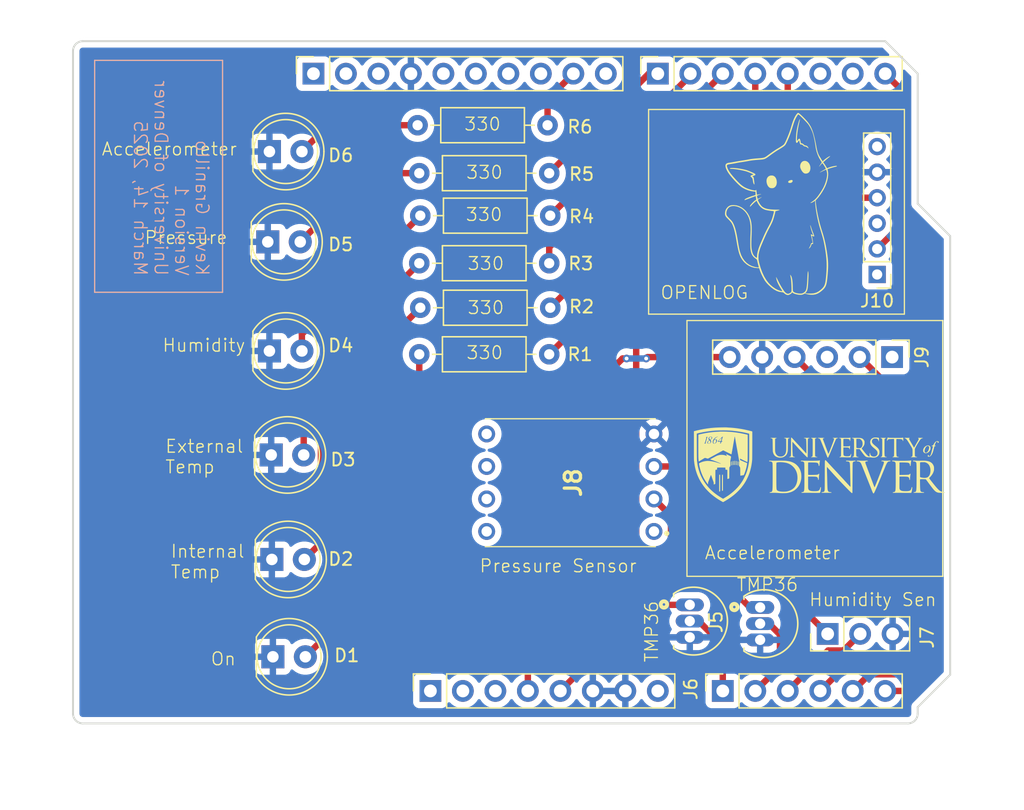
<source format=kicad_pcb>
(kicad_pcb (version 20240108) (generator "pcbnew") (generator_version "8.0")
  (title_block (date "mar. 31 mars 2015"))
  (layers (0 "F.Cu" signal) (31 "B.Cu" signal) (34 "B.Paste" user) (35 "F.Paste" user) (36 "B.SilkS" user "B.Silkscreen") (37 "F.SilkS" user "F.Silkscreen") (38 "B.Mask" user) (39 "F.Mask" user) (44 "Edge.Cuts" user))
  (net 0 "")
  (net 1 "GND")
  (net 3 "+5V")
  (net 4 "/IOREF")
  (net 5 "Net-(D1-A)")
  (net 6 "Net-(D2-A)")
  (net 7 "Net-(D3-A)")
  (net 8 "Net-(D4-A)")
  (net 9 "/SDA{slash}A4")
  (net 10 "/SCL{slash}A5")
  (net 11 "/13")
  (net 12 "/12")
  (net 13 "/AREF")
  (net 14 "/8")
  (net 15 "Net-(D5-A)")
  (net 16 "/*11")
  (net 17 "/*10")
  (net 18 "Net-(D6-A)")
  (net 19 "/ACCELS_LED")
  (net 20 "/2")
  (net 21 "/EXTERNAL_TEMP")
  (net 22 "/HUMIDITY_OUTPUT")
  (net 23 "/TX{slash}1")
  (net 24 "/INTERNAL_TEMP")
  (net 25 "+3V3")
  (net 26 "VCC")
  (net 27 "/~{RESET}")
  (net 28 "/ACCELZ")
  (net 29 "/ACCELX")
  (net 30 "/PRESSURE_OUTPUT")
  (net 31 "/PRESSURE_LED")
  (net 32 "/ON_LED")
  (net 33 "/HUMIDITY_LED")
  (net 34 "/INTERNAL_TEMP_LED")
  (net 35 "/EXTERNAL_TEMP_LED")
  (net 41 "/ACCELY")
  (net 42 "/SELF_TEST")
  (net 45 "/RXI")
  (net 46 "/TXO")
  (footprint "Connector_PinSocket_2.54mm:PinSocket_1x08_P2.54mm_Vertical" (layer "F.Cu") (at 127.94 97.46 90)
    (property "Reference" "J1" (hide yes))
    (property "Value" "Power")
    (pad "1" thru_hole rect (at 0 0 90) (size 1.7 1.7) (drill 1) (layers "*.Cu" "*.Mask"))
    (pad "2" thru_hole oval (at 0 2.54 90) (size 1.7 1.7) (drill 1) (layers "*.Cu" "*.Mask") (net 4 "/IOREF"))
    (pad "3" thru_hole oval (at 0 5.08 90) (size 1.7 1.7) (drill 1) (layers "*.Cu" "*.Mask") (net 27 "/~{RESET}"))
    (pad "4" thru_hole oval (at 0 7.62 90) (size 1.7 1.7) (drill 1) (layers "*.Cu" "*.Mask") (net 25 "+3V3"))
    (pad "5" thru_hole oval (at 0 10.16 90) (size 1.7 1.7) (drill 1) (layers "*.Cu" "*.Mask") (net 3 "+5V"))
    (pad "6" thru_hole oval (at 0 12.7 90) (size 1.7 1.7) (drill 1) (layers "*.Cu" "*.Mask") (net 1 "GND"))
    (pad "7" thru_hole oval (at 0 15.24 90) (size 1.7 1.7) (drill 1) (layers "*.Cu" "*.Mask") (net 1 "GND"))
    (pad "8" thru_hole oval (at 0 17.78 90) (size 1.7 1.7) (drill 1) (layers "*.Cu" "*.Mask") (net 26 "VCC"))
  )
  (footprint "Connector_PinSocket_2.54mm:PinSocket_1x06_P2.54mm_Vertical" (layer "F.Cu") (at 150.8 97.46 90)
    (property "Reference" "J3" (hide yes))
    (property "Value" "Analog")
    (pad "1" thru_hole rect (at 0 0 90) (size 1.7 1.7) (drill 1) (layers "*.Cu" "*.Mask") (net 24 "/INTERNAL_TEMP"))
    (pad "2" thru_hole oval (at 0 2.54 90) (size 1.7 1.7) (drill 1) (layers "*.Cu" "*.Mask") (net 21 "/EXTERNAL_TEMP"))
    (pad "3" thru_hole oval (at 0 5.08 90) (size 1.7 1.7) (drill 1) (layers "*.Cu" "*.Mask") (net 22 "/HUMIDITY_OUTPUT"))
    (pad "4" thru_hole oval (at 0 7.62 90) (size 1.7 1.7) (drill 1) (layers "*.Cu" "*.Mask") (net 30 "/PRESSURE_OUTPUT"))
    (pad "5" thru_hole oval (at 0 10.16 90) (size 1.7 1.7) (drill 1) (layers "*.Cu" "*.Mask") (net 29 "/ACCELX"))
    (pad "6" thru_hole oval (at 0 12.7 90) (size 1.7 1.7) (drill 1) (layers "*.Cu" "*.Mask") (net 28 "/ACCELZ"))
  )
  (footprint "Connector_PinSocket_2.54mm:PinSocket_1x10_P2.54mm_Vertical" (layer "F.Cu") (at 118.796 49.2 90)
    (property "Reference" "J2" (hide yes))
    (property "Value" "Digital/PWM")
    (pad "1" thru_hole rect (at 0 0 90) (size 1.7 1.7) (drill 1) (layers "*.Cu" "*.Mask") (net 10 "/SCL{slash}A5"))
    (pad "2" thru_hole oval (at 0 2.54 90) (size 1.7 1.7) (drill 1) (layers "*.Cu" "*.Mask") (net 9 "/SDA{slash}A4"))
    (pad "3" thru_hole oval (at 0 5.08 90) (size 1.7 1.7) (drill 1) (layers "*.Cu" "*.Mask") (net 13 "/AREF"))
    (pad "4" thru_hole oval (at 0 7.62 90) (size 1.7 1.7) (drill 1) (layers "*.Cu" "*.Mask") (net 1 "GND"))
    (pad "5" thru_hole oval (at 0 10.16 90) (size 1.7 1.7) (drill 1) (layers "*.Cu" "*.Mask") (net 11 "/13"))
    (pad "6" thru_hole oval (at 0 12.7 90) (size 1.7 1.7) (drill 1) (layers "*.Cu" "*.Mask") (net 12 "/12"))
    (pad "7" thru_hole oval (at 0 15.24 90) (size 1.7 1.7) (drill 1) (layers "*.Cu" "*.Mask") (net 16 "/*11"))
    (pad "8" thru_hole oval (at 0 17.78 90) (size 1.7 1.7) (drill 1) (layers "*.Cu" "*.Mask") (net 17 "/*10"))
    (pad "9" thru_hole oval (at 0 20.32 90) (size 1.7 1.7) (drill 1) (layers "*.Cu" "*.Mask") (net 19 "/ACCELS_LED"))
    (pad "10" thru_hole oval (at 0 22.86 90) (size 1.7 1.7) (drill 1) (layers "*.Cu" "*.Mask") (net 14 "/8"))
  )
  (footprint "Connector_PinSocket_2.54mm:PinSocket_1x08_P2.54mm_Vertical" (layer "F.Cu") (at 145.72 49.2 90)
    (property "Reference" "J4" (hide yes))
    (property "Value" "Digital/PWM")
    (pad "1" thru_hole rect (at 0 0 90) (size 1.7 1.7) (drill 1) (layers "*.Cu" "*.Mask") (net 31 "/PRESSURE_LED"))
    (pad "2" thru_hole oval (at 0 2.54 90) (size 1.7 1.7) (drill 1) (layers "*.Cu" "*.Mask") (net 33 "/HUMIDITY_LED"))
    (pad "3" thru_hole oval (at 0 5.08 90) (size 1.7 1.7) (drill 1) (layers "*.Cu" "*.Mask") (net 35 "/EXTERNAL_TEMP_LED"))
    (pad "4" thru_hole oval (at 0 7.62 90) (size 1.7 1.7) (drill 1) (layers "*.Cu" "*.Mask") (net 34 "/INTERNAL_TEMP_LED"))
    (pad "5" thru_hole oval (at 0 10.16 90) (size 1.7 1.7) (drill 1) (layers "*.Cu" "*.Mask") (net 32 "/ON_LED"))
    (pad "6" thru_hole oval (at 0 12.7 90) (size 1.7 1.7) (drill 1) (layers "*.Cu" "*.Mask") (net 20 "/2"))
    (pad "7" thru_hole oval (at 0 15.24 90) (size 1.7 1.7) (drill 1) (layers "*.Cu" "*.Mask") (net 23 "/TX{slash}1"))
    (pad "8" thru_hole oval (at 0 17.78 90) (size 1.7 1.7) (drill 1) (layers "*.Cu" "*.Mask") (net 45 "/RXI"))
  )
  (footprint "Connector_PinHeader_2.54mm:PinHeader_1x06_P2.54mm_Vertical" (layer "F.Cu") (at 164.04 71.36 -90)
    (property "Reference" "J9" (at 0 -2.33 90) (layer "F.SilkS"))
    (property "Value" "ACCEL")
    (pad "1" thru_hole rect (at 0 0 270) (size 1.7 1.7) (drill 1) (layers "*.Cu" "*.Mask") (net 42 "/SELF_TEST"))
    (pad "2" thru_hole oval (at 0 2.54 270) (size 1.7 1.7) (drill 1) (layers "*.Cu" "*.Mask") (net 28 "/ACCELZ"))
    (pad "3" thru_hole oval (at 0 5.08 270) (size 1.7 1.7) (drill 1) (layers "*.Cu" "*.Mask") (net 41 "/ACCELY"))
    (pad "4" thru_hole oval (at 0 7.62 270) (size 1.7 1.7) (drill 1) (layers "*.Cu" "*.Mask") (net 29 "/ACCELX"))
    (pad "5" thru_hole oval (at 0 10.16 270) (size 1.7 1.7) (drill 1) (layers "*.Cu" "*.Mask") (net 1 "GND"))
    (pad "6" thru_hole oval (at 0 12.7 270) (size 1.7 1.7) (drill 1) (layers "*.Cu" "*.Mask") (net 25 "+3V3"))
  )
  (footprint "Connector_PinHeader_2.00mm:PinHeader_1x06_P2.00mm_Vertical" (layer "F.Cu") (at 162.87 64.9 180)
    (property "Reference" "J10" (at 0 -2.06 0) (layer "F.SilkS"))
    (property "Value" "OPENLOG")
    (pad "1" thru_hole rect (at 0 0 180) (size 1.35 1.35) (drill 0.8) (layers "*.Cu" "*.Mask"))
    (pad "2" thru_hole oval (at 0 2 180) (size 1.35 1.35) (drill 0.8) (layers "*.Cu" "*.Mask") (net 45 "/RXI"))
    (pad "3" thru_hole oval (at 0 4 180) (size 1.35 1.35) (drill 0.8) (layers "*.Cu" "*.Mask") (net 46 "/TXO"))
    (pad "4" thru_hole oval (at 0 6 180) (size 1.35 1.35) (drill 0.8) (layers "*.Cu" "*.Mask") (net 3 "+5V"))
    (pad "5" thru_hole oval (at 0 8 180) (size 1.35 1.35) (drill 0.8) (layers "*.Cu" "*.Mask") (net 1 "GND"))
    (pad "6" thru_hole oval (at 0 10 180) (size 1.35 1.35) (drill 0.8) (layers "*.Cu" "*.Mask"))
  )
  (footprint "LED_THT:LED_D5.0mm" (layer "F.Cu") (at 115.495 79.01)
    (property "Reference" "D3" (at 5.615 0.37 0) (layer "F.SilkS"))
    (property "Value" "EXTERN_LED")
    (pad "1" thru_hole rect (at 0 0) (size 1.8 1.8) (drill 0.9) (layers "*.Cu" "*.Mask") (net 1 "GND"))
    (pad "2" thru_hole circle (at 2.54 0) (size 1.8 1.8) (drill 0.9) (layers "*.Cu" "*.Mask") (net 7 "Net-(D3-A)"))
  )
  (footprint "LED_THT:LED_D5.0mm" (layer "F.Cu") (at 115.355 55.29)
    (property "Reference" "D6" (at 5.575 0.3 0) (layer "F.SilkS"))
    (property "Value" "ACCEL_LED")
    (pad "1" thru_hole rect (at 0 0) (size 1.8 1.8) (drill 0.9) (layers "*.Cu" "*.Mask") (net 1 "GND"))
    (pad "2" thru_hole circle (at 2.54 0) (size 1.8 1.8) (drill 0.9) (layers "*.Cu" "*.Mask") (net 18 "Net-(D6-A)"))
  )
  (footprint "LOGO" (layer "F.Cu") (at 158.39 79.75)
    (property "Reference" "G***" (hide yes))
    (property "Value" "LOGO" (hide yes))
  )
  (footprint "Resistor_THT:R_Axial_DIN0207_L6.3mm_D2.5mm_P10.16mm_Horizontal" (layer "F.Cu") (at 137.23 71.14 180)
    (property "Reference" "R1" (at -2.41 -0.01 0) (layer "F.SilkS"))
    (property "Value" "330")
    (pad "1" thru_hole circle (at 0 0 180) (size 1.6 1.6) (drill 0.8) (layers "*.Cu" "*.Mask") (net 32 "/ON_LED"))
    (pad "2" thru_hole oval (at 10.16 0 180) (size 1.6 1.6) (drill 0.8) (layers "*.Cu" "*.Mask") (net 5 "Net-(D1-A)"))
  )
  (footprint "LED_THT:LED_D5.0mm" (layer "F.Cu") (at 115.625 94.79)
    (property "Reference" "D1" (at 5.775 -0.1 0) (layer "F.SilkS"))
    (property "Value" "ON_LED")
    (pad "1" thru_hole rect (at 0 0) (size 1.8 1.8) (drill 0.9) (layers "*.Cu" "*.Mask") (net 1 "GND"))
    (pad "2" thru_hole circle (at 2.54 0) (size 1.8 1.8) (drill 0.9) (layers "*.Cu" "*.Mask") (net 5 "Net-(D1-A)"))
  )
  (footprint "Resistor_THT:R_Axial_DIN0207_L6.3mm_D2.5mm_P10.16mm_Horizontal" (layer "F.Cu") (at 137.1 53.23 180)
    (property "Reference" "R6" (at -2.53 -0.13 0) (layer "F.SilkS"))
    (property "Value" "330")
    (pad "1" thru_hole circle (at 0 0 180) (size 1.6 1.6) (drill 0.8) (layers "*.Cu" "*.Mask") (net 19 "/ACCELS_LED"))
    (pad "2" thru_hole oval (at 10.16 0 180) (size 1.6 1.6) (drill 0.8) (layers "*.Cu" "*.Mask") (net 18 "Net-(D6-A)"))
  )
  (footprint "LOGO" (layer "F.Cu") (at 155.74 59.5)
    (property "Reference" "G***" (hide yes))
    (property "Value" "LOGO" (hide yes))
  )
  (footprint "Pressure_Sensor:SSCDANV015PAAA5" (layer "F.Cu") (at 145.4205 84.99 90)
    (property "Reference" "J8" (at 3.81 -6.32 90) (layer "F.SilkS") (effects (font (size 1.27 1.27) (thickness 0.254))))
    (property "Value" "PRESSURE_SEN" (hide yes))
    (pad "1" thru_hole circle (at 0 0 90) (size 1.321 1.321) (drill 0.813) (layers "*.Cu" "*.Mask"))
    (pad "2" thru_hole circle (at 2.54 0 90) (size 1.321 1.321) (drill 0.813) (layers "*.Cu" "*.Mask") (net 3 "+5V"))
    (pad "3" thru_hole circle (at 5.08 0 90) (size 1.321 1.321) (drill 0.813) (layers "*.Cu" "*.Mask") (net 30 "/PRESSURE_OUTPUT"))
    (pad "4" thru_hole circle (at 7.62 0 90) (size 1.321 1.321) (drill 0.813) (layers "*.Cu" "*.Mask") (net 1 "GND"))
    (pad "5" thru_hole circle (at 7.62 -13.08 90) (size 1.321 1.321) (drill 0.813) (layers "*.Cu" "*.Mask"))
    (pad "6" thru_hole circle (at 5.08 -13.08 90) (size 1.321 1.321) (drill 0.813) (layers "*.Cu" "*.Mask"))
    (pad "7" thru_hole circle (at 2.54 -13.08 90) (size 1.321 1.321) (drill 0.813) (layers "*.Cu" "*.Mask"))
    (pad "8" thru_hole circle (at 0 -13.08 90) (size 1.321 1.321) (drill 0.813) (layers "*.Cu" "*.Mask"))
  )
  (footprint "Resistor_THT:R_Axial_DIN0207_L6.3mm_D2.5mm_P10.16mm_Horizontal" (layer "F.Cu") (at 137.31 60.3 180)
    (property "Reference" "R4" (at -2.45 -0.07 180) (layer "F.SilkS"))
    (property "Value" "330")
    (pad "1" thru_hole circle (at 0 0 180) (size 1.6 1.6) (drill 0.8) (layers "*.Cu" "*.Mask") (net 33 "/HUMIDITY_LED"))
    (pad "2" thru_hole oval (at 10.16 0 180) (size 1.6 1.6) (drill 0.8) (layers "*.Cu" "*.Mask") (net 8 "Net-(D4-A)"))
  )
  (footprint "LED_THT:LED_D5.0mm" (layer "F.Cu") (at 115.545 87.18)
    (property "Reference" "D2" (at 5.395 -0.03 0) (layer "F.SilkS"))
    (property "Value" "INTERN_LED")
    (pad "1" thru_hole rect (at 0 0) (size 1.8 1.8) (drill 0.9) (layers "*.Cu" "*.Mask") (net 1 "GND"))
    (pad "2" thru_hole circle (at 2.54 0) (size 1.8 1.8) (drill 0.9) (layers "*.Cu" "*.Mask") (net 6 "Net-(D2-A)"))
  )
  (footprint "Resistor_THT:R_Axial_DIN0207_L6.3mm_D2.5mm_P10.16mm_Horizontal" (layer "F.Cu") (at 137.23 64.02 180)
    (property "Reference" "R3" (at -2.47 -0.03 180) (layer "F.SilkS"))
    (property "Value" "330")
    (pad "1" thru_hole circle (at 0 0 180) (size 1.6 1.6) (drill 0.8) (layers "*.Cu" "*.Mask") (net 35 "/EXTERNAL_TEMP_LED"))
    (pad "2" thru_hole oval (at 10.16 0 180) (size 1.6 1.6) (drill 0.8) (layers "*.Cu" "*.Mask") (net 7 "Net-(D3-A)"))
  )
  (footprint "Library:TMP36" (layer "F.Cu") (at 154.5 92.2 -90)
    (property "Reference" "J6" (at 5.11 6.2 90) (layer "F.SilkS"))
    (property "Value" "ETMP36")
    (pad "1" thru_hole oval (at -1.27 0.78 270) (size 1 2.2) (drill 0.8) (layers "*.Cu" "*.Mask") (net 3 "+5V"))
    (pad "2" thru_hole oval (at 0 0.78 270) (size 1 2.2) (drill 0.8) (layers "*.Cu" "*.Mask") (net 21 "/EXTERNAL_TEMP"))
    (pad "3" thru_hole oval (at 1.27 0.78 270) (size 1 2.2) (drill 0.8) (layers "*.Cu" "*.Mask") (net 1 "GND"))
  )
  (footprint "Library:TMP36" (layer "F.Cu") (at 149 92 -90)
    (property "Reference" "J5" (at 0.07 -1.26 90) (layer "F.SilkS"))
    (property "Value" "ITMP36")
    (pad "1" thru_hole oval (at -1.27 0.78 270) (size 1 2.2) (drill 0.8) (layers "*.Cu" "*.Mask") (net 3 "+5V"))
    (pad "2" thru_hole oval (at 0 0.78 270) (size 1 2.2) (drill 0.8) (layers "*.Cu" "*.Mask") (net 24 "/INTERNAL_TEMP"))
    (pad "3" thru_hole oval (at 1.27 0.78 270) (size 1 2.2) (drill 0.8) (layers "*.Cu" "*.Mask") (net 1 "GND"))
  )
  (footprint "LED_THT:LED_D5.0mm" (layer "F.Cu") (at 115.355 70.88)
    (property "Reference" "D4" (at 5.575 -0.42 0) (layer "F.SilkS"))
    (property "Value" "HUMID_LED")
    (pad "1" thru_hole rect (at 0 0) (size 1.8 1.8) (drill 0.9) (layers "*.Cu" "*.Mask") (net 1 "GND"))
    (pad "2" thru_hole circle (at 2.54 0) (size 1.8 1.8) (drill 0.9) (layers "*.Cu" "*.Mask") (net 8 "Net-(D4-A)"))
  )
  (footprint "Resistor_THT:R_Axial_DIN0207_L6.3mm_D2.5mm_P10.16mm_Horizontal" (layer "F.Cu") (at 137.31 67.5 180)
    (property "Reference" "R2" (at -2.45 0.08 180) (layer "F.SilkS"))
    (property "Value" "330")
    (pad "1" thru_hole circle (at 0 0 180) (size 1.6 1.6) (drill 0.8) (layers "*.Cu" "*.Mask") (net 34 "/INTERNAL_TEMP_LED"))
    (pad "2" thru_hole oval (at 10.16 0 180) (size 1.6 1.6) (drill 0.8) (layers "*.Cu" "*.Mask") (net 6 "Net-(D2-A)"))
  )
  (footprint "Connector_PinHeader_2.54mm:PinHeader_1x03_P2.54mm_Vertical" (layer "F.Cu") (at 159 93 90)
    (property "Reference" "J7" (at -0.28 7.78 90) (layer "F.SilkS"))
    (property "Value" "Humidity Sensor")
    (pad "1" thru_hole rect (at 0 0 90) (size 1.7 1.7) (drill 1) (layers "*.Cu" "*.Mask") (net 3 "+5V"))
    (pad "2" thru_hole oval (at 0 2.54 90) (size 1.7 1.7) (drill 1) (layers "*.Cu" "*.Mask") (net 22 "/HUMIDITY_OUTPUT"))
    (pad "3" thru_hole oval (at 0 5.08 90) (size 1.7 1.7) (drill 1) (layers "*.Cu" "*.Mask") (net 1 "GND"))
  )
  (footprint "Resistor_THT:R_Axial_DIN0207_L6.3mm_D2.5mm_P10.16mm_Horizontal" (layer "F.Cu") (at 137.23 56.98 180)
    (property "Reference" "R5" (at -2.53 -0.08 180) (layer "F.SilkS"))
    (property "Value" "330" (hide yes))
    (pad "1" thru_hole circle (at 0 0 180) (size 1.6 1.6) (drill 0.8) (layers "*.Cu" "*.Mask") (net 31 "/PRESSURE_LED"))
    (pad "2" thru_hole oval (at 10.16 0 180) (size 1.6 1.6) (drill 0.8) (layers "*.Cu" "*.Mask") (net 15 "Net-(D5-A)"))
  )
  (footprint "LED_THT:LED_D5.0mm" (layer "F.Cu") (at 115.225 62.35)
    (property "Reference" "D5" (at 5.705 0.21 0) (layer "F.SilkS"))
    (property "Value" "PRESS_LED")
    (pad "1" thru_hole rect (at 0 0) (size 1.8 1.8) (drill 0.9) (layers "*.Cu" "*.Mask") (net 1 "GND"))
    (pad "2" thru_hole circle (at 2.54 0) (size 1.8 1.8) (drill 0.9) (layers "*.Cu" "*.Mask") (net 15 "Net-(D5-A)"))
  )
  (gr_line (start 111.69 48.16) (end 101.69 48.16) (stroke (width 0.1)) (layer "B.SilkS"))
  (gr_line (start 111.69 48.16) (end 111.69 66.290177) (stroke (width 0.1)) (layer "B.SilkS"))
  (gr_line (start 101.69 48.16) (end 101.69 66.290177) (stroke (width 0.1)) (layer "B.SilkS"))
  (gr_line (start 111.69 66.290177) (end 101.69 66.290177) (stroke (width 0.1)) (layer "B.SilkS"))
  (gr_line (start 168 68.5) (end 148 68.5) (stroke (width 0.1)) (layer "F.SilkS"))
  (gr_line (start 148 68.5) (end 148 88.5) (stroke (width 0.1)) (layer "F.SilkS"))
  (gr_line (start 148 88.5) (end 168 88.5) (stroke (width 0.1)) (layer "F.SilkS"))
  (gr_line (start 165 68) (end 145 68) (stroke (width 0.1)) (layer "F.SilkS"))
  (gr_line (start 145 52) (end 165 52) (stroke (width 0.1)) (layer "F.SilkS"))
  (gr_line (start 145 68) (end 145 52) (stroke (width 0.1)) (layer "F.SilkS"))
  (gr_line (start 165 68) (end 165 52) (stroke (width 0.1)) (layer "F.SilkS"))
  (gr_line (start 168 88.5) (end 168 68.5) (stroke (width 0.1)) (layer "F.SilkS"))
  (gr_line (start 166.04 59.36) (end 168.58 61.9) (stroke (width 0.15)) (layer "Edge.Cuts"))
  (gr_line (start 100 99.238) (end 100 47.422) (stroke (width 0.15)) (layer "Edge.Cuts"))
  (gr_line (start 168.58 61.9) (end 168.58 96.19) (stroke (width 0.15)) (layer "Edge.Cuts"))
  (gr_line (start 165.278 100) (end 100.762 100) (stroke (width 0.15)) (layer "Edge.Cuts"))
  (gr_line (start 100.762 46.66) (end 163.5 46.66) (stroke (width 0.15)) (layer "Edge.Cuts"))
  (gr_arc (start 100.762 100) (mid 100.223185 99.776815) (end 100 99.238) (stroke (width 0.15)) (layer "Edge.Cuts"))
  (gr_line (start 168.58 96.19) (end 166.04 98.73) (stroke (width 0.15)) (layer "Edge.Cuts"))
  (gr_line (start 163.5 46.66) (end 166.04 49.2) (stroke (width 0.15)) (layer "Edge.Cuts"))
  (gr_arc (start 166.04 99.238) (mid 165.816815 99.776815) (end 165.278 100) (stroke (width 0.15)) (layer "Edge.Cuts"))
  (gr_line (start 166.04 49.2) (end 166.04 59.36) (stroke (width 0.15)) (layer "Edge.Cuts"))
  (gr_line (start 166.04 98.73) (end 166.04 99.238) (stroke (width 0.15)) (layer "Edge.Cuts"))
  (gr_arc (start 100 47.422) (mid 100.223185 46.883185) (end 100.762 46.66) (stroke (width 0.15)) (layer "Edge.Cuts"))
  (gr_text "Kevin Granillo\nVersion 1\nUniversity of Denver\nMarch 14, 2025\n" (at 104.68 65.07 270) (layer "B.SilkS") (effects (font (size 1 1) (thickness 0.1)) (justify left bottom mirror)))
  (gr_text "Accelerometer" (at 149.33 87.25 0) (layer "F.SilkS") (effects (font (size 1 1) (thickness 0.1)) (justify left bottom)))
  (gr_text "330" (at 130.78 64.63 0) (layer "F.SilkS") (effects (font (size 1 1) (thickness 0.1)) (justify left bottom)))
  (gr_text "On" (at 110.71 95.54 0) (layer "F.SilkS") (effects (font (size 1 1) (thickness 0.1)) (justify left bottom)))
  (gr_text "330" (at 130.67 57.5 0) (layer "F.SilkS") (effects (font (size 1 1) (thickness 0.1)) (justify left bottom)))
  (gr_text "Pressure" (at 105.53 62.6 0) (layer "F.SilkS") (effects (font (size 1 1) (thickness 0.1)) (justify left bottom)))
  (gr_text "TMP36" (at 151.82 89.74 0) (layer "F.SilkS") (effects (font (size 1 1) (thickness 0.1)) (justify left bottom)))
  (gr_text "TMP36" (at 145.82 95.29 90) (layer "F.SilkS") (effects (font (size 1 1) (thickness 0.1)) (justify left bottom)))
  (gr_text "Humidity" (at 106.93 71.02 0) (layer "F.SilkS") (effects (font (size 1 1) (thickness 0.1)) (justify left bottom)))
  (gr_text "External\nTemp" (at 107.15 80.53 0) (layer "F.SilkS") (effects (font (size 1 1) (thickness 0.1)) (justify left bottom)))
  (gr_text "Accelerometer" (at 102.18 55.68 0) (layer "F.SilkS") (effects (font (size 1 1) (thickness 0.1)) (justify left bottom)))
  (gr_text "330" (at 130.52 53.73 0) (layer "F.SilkS") (effects (font (size 1 1) (thickness 0.1)) (justify left bottom)))
  (gr_text "330" (at 130.69 71.6 0) (layer "F.SilkS") (effects (font (size 1 1) (thickness 0.1)) (justify left bottom)))
  (gr_text "Pressure Sensor" (at 131.72 88.27 0) (layer "F.SilkS") (effects (font (size 1 1) (thickness 0.1)) (justify left bottom)))
  (gr_text "Internal\nTemp" (at 107.58 88.74 0) (layer "F.SilkS") (effects (font (size 1 1) (thickness 0.1)) (justify left bottom)))
  (gr_text "330" (at 130.78 68.08 0) (layer "F.SilkS") (effects (font (size 1 1) (thickness 0.1)) (justify left bottom)))
  (gr_text "OPENLOG " (at 145.87 66.9 0) (layer "F.SilkS") (effects (font (size 1 1) (thickness 0.1)) (justify left bottom)))
  (gr_text "330" (at 130.64 60.8 0) (layer "F.SilkS") (effects (font (size 1 1) (thickness 0.1)) (justify left bottom)))
  (gr_text "Humidity Sen" (at 157.49 90.91 0) (layer "F.SilkS") (effects (font (size 1 1) (thickness 0.1)) (justify left bottom)))
  (segment (start 154.81 88.81) (end 159 93) (width 0.5) (layer "F.Cu") (net 3))
  (segment (start 144.03 91.53) (end 144.03 65.47) (width 0.5) (layer "F.Cu") (net 3))
  (segment (start 146.75 83.75) (end 146.7205 83.75) (width 0.5) (layer "F.Cu") (net 3))
  (segment (start 144.83 90.73) (end 148.22 90.73) (width 0.5) (layer "F.Cu") (net 3))
  (segment (start 138.1 97.46) (end 143.78 91.78) (width 0.5) (layer "F.Cu") (net 3))
  (segment (start 144.03 65.47) (end 150.6 58.9) (width 0.5) (layer "F.Cu") (net 3))
  (segment (start 150.81 88.81) (end 154.81 88.81) (width 0.5) (layer "F.Cu") (net 3))
  (segment (start 143.78 91.78) (end 144.83 90.73) (width 0.5) (layer "F.Cu") (net 3))
  (segment (start 150.6 58.9) (end 162.87 58.9) (width 0.5) (layer "F.Cu") (net 3))
  (segment (start 144.83 90.73) (end 146.75 88.81) (width 0.5) (layer "F.Cu") (net 3))
  (segment (start 146.75 85.74) (end 149.82 88.81) (width 0.5) (layer "F.Cu") (net 3))
  (segment (start 150.81 88.81) (end 152.93 90.93) (width 0.5) (layer "F.Cu") (net 3))
  (segment (start 146.75 83.75) (end 146.75 85.74) (width 0.5) (layer "F.Cu") (net 3))
  (segment (start 146.75 88.81) (end 149.82 88.81) (width 0.5) (layer "F.Cu") (net 3))
  (segment (start 146.7205 83.75) (end 145.4205 82.45) (width 0.5) (layer "F.Cu") (net 3))
  (segment (start 143.78 91.78) (end 144.03 91.53) (width 0.5) (layer "F.Cu") (net 3))
  (segment (start 149.82 88.81) (end 150.81 88.81) (width 0.5) (layer "F.Cu") (net 3))
  (segment (start 127.07 85.885) (end 127.07 71.14) (width 0.5) (layer "F.Cu") (net 5))
  (segment (start 118.165 94.79) (end 127.07 85.885) (width 0.5) (layer "F.Cu") (net 5))
  (segment (start 118.085 87.18) (end 119.385 85.88) (width 0.5) (layer "F.Cu") (net 6))
  (segment (start 119.385 75.265) (end 127.15 67.5) (width 0.5) (layer "F.Cu") (net 6))
  (segment (start 119.385 85.88) (end 119.385 75.265) (width 0.5) (layer "F.Cu") (net 6))
  (segment (start 118.035 73.055) (end 127.07 64.02) (width 0.5) (layer "F.Cu") (net 7))
  (segment (start 118.035 79.01) (end 118.035 73.055) (width 0.5) (layer "F.Cu") (net 7))
  (segment (start 117.895 70.88) (end 117.895 69.555) (width 0.5) (layer "F.Cu") (net 8))
  (segment (start 117.895 69.555) (end 127.15 60.3) (width 0.5) (layer "F.Cu") (net 8))
  (segment (start 123.135 56.98) (end 127.07 56.98) (width 0.5) (layer "F.Cu") (net 15))
  (segment (start 117.765 62.35) (end 123.135 56.98) (width 0.5) (layer "F.Cu") (net 15))
  (segment (start 117.895 55.29) (end 119.955 53.23) (width 0.5) (layer "F.Cu") (net 18))
  (segment (start 119.955 53.23) (end 126.94 53.23) (width 0.5) (layer "F.Cu") (net 18))
  (segment (start 137.1 53.23) (end 137.1 51.216) (width 0.5) (layer "F.Cu") (net 19))
  (segment (start 137.1 51.216) (end 139.116 49.2) (width 0.5) (layer "F.Cu") (net 19))
  (segment (start 155.27 93.055786) (end 155.27 95.53) (width 0.5) (layer "F.Cu") (net 21))
  (segment (start 155.27 95.53) (end 153.34 97.46) (width 0.5) (layer "F.Cu") (net 21))
  (segment (start 154.414214 92.2) (end 155.27 93.055786) (width 0.5) (layer "F.Cu") (net 21))
  (segment (start 159.04 94.3) (end 155.88 97.46) (width 0.5) (layer "F.Cu") (net 22))
  (segment (start 160.24 94.3) (end 159.04 94.3) (width 0.5) (layer "F.Cu") (net 22))
  (segment (start 161.54 93) (end 160.24 94.3) (width 0.5) (layer "F.Cu") (net 22))
  (segment (start 150.8 93.885786) (end 150.8 97.46) (width 0.5) (layer "F.Cu") (net 24))
  (segment (start 148.914214 92) (end 150.8 93.885786) (width 0.5) (layer "F.Cu") (net 24))
  (segment (start 142.96 71.47) (end 135.56 78.87) (width 0.5) (layer "F.Cu") (net 25))
  (segment (start 144.92 71.36) (end 151.34 71.36) (width 0.5) (layer "F.Cu") (net 25))
  (segment (start 135.56 78.87) (end 135.56 97.46) (width 0.5) (layer "F.Cu") (net 25))
  (segment (start 143.28 71.47) (end 142.96 71.47) (width 0.5) (layer "F.Cu") (net 25))
  (segment (start 144.81 71.47) (end 144.92 71.36) (width 0.5) (layer "F.Cu") (net 25))
  (via (at 143.28 71.47) (size 0.6) (drill 0.3) (layers "F.Cu" "B.Cu") (net 25))
  (via (at 144.81 71.47) (size 0.6) (drill 0.3) (layers "F.Cu" "B.Cu") (net 25))
  (segment (start 143.28 71.47) (end 144.81 71.47) (width 0.5) (layer "B.Cu") (net 25))
  (segment (start 167.7 95.78995) (end 167.7 77.56) (width 0.5) (layer "F.Cu") (net 28))
  (segment (start 166.02995 97.46) (end 167.7 95.78995) (width 0.5) (layer "F.Cu") (net 28))
  (segment (start 163.5 97.46) (end 166.02995 97.46) (width 0.5) (layer "F.Cu") (net 28))
  (segment (start 167.7 77.56) (end 161.5 71.36) (width 0.5) (layer "F.Cu") (net 28))
  (segment (start 167 81.94) (end 156.42 71.36) (width 0.5) (layer "F.Cu") (net 29))
  (segment (start 160.96 97.46) (end 162.26 96.16) (width 0.5) (layer "F.Cu") (net 29))
  (segment (start 167 94.989949) (end 167 81.94) (width 0.5) (layer "F.Cu") (net 29))
  (segment (start 162.26 96.16) (end 165.829949 96.16) (width 0.5) (layer "F.Cu") (net 29))
  (segment (start 165.829949 96.16) (end 167 94.989949) (width 0.5) (layer "F.Cu") (net 29))
  (segment (start 153.91 79.91) (end 145.4205 79.91) (width 0.5) (layer "F.Cu") (net 30))
  (segment (start 166 92) (end 153.91 79.91) (width 0.5) (layer "F.Cu") (net 30))
  (segment (start 158.42 97.46) (end 160.88 95) (width 0.5) (layer "F.Cu") (net 30))
  (segment (start 160.88 95) (end 166 95) (width 0.5) (layer "F.Cu") (net 30))
  (segment (start 166 95) (end 166 92) (width 0.5) (layer "F.Cu") (net 30))
  (segment (start 145.01 49.2) (end 145.72 49.2) (width 0.5) (layer "F.Cu") (net 31))
  (segment (start 137.23 56.98) (end 145.01 49.2) (width 0.5) (layer "F.Cu") (net 31))
  (segment (start 137.23 71.14) (end 155.88 52.49) (width 0.5) (layer "F.Cu") (net 32))
  (segment (start 155.88 52.49) (end 155.88 49.2) (width 0.5) (layer "F.Cu") (net 32))
  (segment (start 137.31 60.3) (end 148.26 49.35) (width 0.5) (layer "F.Cu") (net 33))
  (segment (start 137.31 67.5) (end 153.34 51.47) (width 0.5) (layer "F.Cu") (net 34))
  (segment (start 153.34 51.47) (end 153.34 49.2) (width 0.5) (layer "F.Cu") (net 34))
  (segment (start 137.23 64.02) (end 137.23 62.77) (width 0.5) (layer "F.Cu") (net 35))
  (segment (start 137.23 62.77) (end 150.8 49.2) (width 0.5) (layer "F.Cu") (net 35))
  (segment (start 165 50.7) (end 163.5 49.2) (width 0.5) (layer "F.Cu") (net 45))
  (segment (start 162.87 62.9) (end 165 60.77) (width 0.5) (layer "F.Cu") (net 45))
  (segment (start 165 60.77) (end 165 50.7) (width 0.5) (layer "F.Cu") (net 45))
  (zone (net 1) (net_name "GND") (layer "B.Cu") (connect_pads (clearance 0.5)) (min_thickness 0.25) (fill yes (thermal_gap 0.5) (thermal_bridge_width 0.5))
    (polygon (pts (xy 94.59 43.44) (xy 174.37 43.55) (xy 173.13 106.77) (xy 94.29 106.53)))
  )
)
</source>
